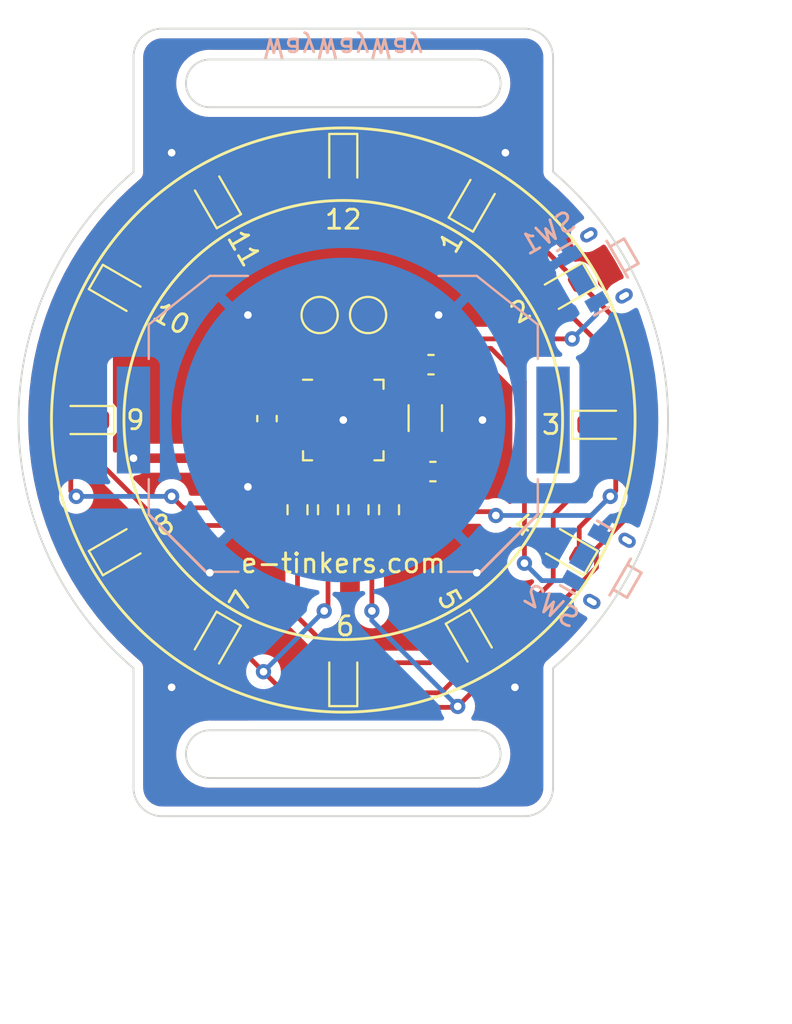
<source format=kicad_pcb>
(kicad_pcb (version 20211014) (generator pcbnew)
  (layers (0 "F.Cu" signal) (31 "B.Cu" signal) (34 "B.Paste" user) (35 "F.Paste" user) (36 "B.SilkS" user "B.Silkscreen") (37 "F.SilkS" user "F.Silkscreen") (38 "B.Mask" user) (39 "F.Mask" user) (44 "Edge.Cuts" user))
  (net 0 "")
  (net 1 "GND")
  (net 2 "VCC")
  (net 3 "Net-(C1-Pad1)")
  (net 4 "Net-(C2-Pad1)")
  (net 5 "Net-(D1-Pad2)")
  (net 6 "Net-(D3-Pad1)")
  (net 7 "Net-(D1-Pad1)")
  (net 8 "PB4")
  (net 9 "PB5")
  (net 10 "PB6")
  (net 11 "PB7")
  (net 12 "Net-(SW1-Pad2)")
  (net 13 "Net-(SW2-Pad2)")
  (net 27 "Net-(D10-Pad2)")
  (net 28 "Net-(TP1-Pad1)")
  (footprint "LED_SMD:LED_0603_1608Metric" (layer "F.Cu") (at 128.31 93.248 -30)
    (fp_text reference "D10")
    (fp_text value "10" (at 3.055608 -0.087531 -30 unlocked) (layer "F.SilkS"))
    (fp_line (start 0.8 -0.735) (end -1.485 -0.735) (layer "F.SilkS") (width 0.12))
    (fp_line (start -1.485 0.735) (end 0.8 0.735) (layer "F.SilkS") (width 0.12))
    (fp_line (start -1.485 -0.735) (end -1.485 0.735) (layer "F.SilkS") (width 0.12))
    (pad "1" smd roundrect (at -0.7875 0 330) (size 0.875 0.95) (layers "F.Cu" "F.Paste" "F.Mask") (net 7 "Net-(D1-Pad1)"))
    (pad "2" smd roundrect (at 0.7875 0 330) (size 0.875 0.95) (layers "F.Cu" "F.Paste" "F.Mask") (net 27 "Net-(D10-Pad2)"))
  )
  (footprint "LED_SMD:LED_0603_1608Metric" (layer "F.Cu") (at 151.69 106.752 150)
    (fp_text reference "D4")
    (fp_text value "4" (at 2.573557 -0.042468 330 unlocked) (layer "F.SilkS"))
    (fp_line (start 0.8 -0.735) (end -1.485 -0.735) (layer "F.SilkS") (width 0.12))
    (fp_line (start -1.485 -0.735) (end -1.485 0.735) (layer "F.SilkS") (width 0.12))
    (fp_line (start -1.485 0.735) (end 0.8 0.735) (layer "F.SilkS") (width 0.12))
    (pad "1" smd roundrect (at -0.7875 0 150) (size 0.875 0.95) (layers "F.Cu" "F.Paste" "F.Mask") (net 7 "Net-(D1-Pad1)"))
    (pad "2" smd roundrect (at 0.7875 0 150) (size 0.875 0.95) (layers "F.Cu" "F.Paste" "F.Mask") (net 6 "Net-(D3-Pad1)"))
  )
  (footprint "Resistor_SMD:R_0603_1608Metric" (layer "F.Cu") (at 139.2 104.7 -90)
    (fp_text reference "R3")
    (fp_text value "1.5k")
    (fp_line (start -0.237258 0.5225) (end 0.237258 0.5225) (layer "F.SilkS") (width 0.12))
    (fp_line (start -0.237258 -0.5225) (end 0.237258 -0.5225) (layer "F.SilkS") (width 0.12))
    (pad "1" smd roundrect (at -0.825 0 270) (size 0.8 0.95) (layers "F.Cu" "F.Paste" "F.Mask") (net 10 "PB6"))
    (pad "2" smd roundrect (at 0.825 0 270) (size 0.8 0.95) (layers "F.Cu" "F.Paste" "F.Mask") (net 6 "Net-(D3-Pad1)"))
  )
  (footprint "LED_SMD:LED_0603_1608Metric" (layer "F.Cu") (at 133.248 111.69 -120)
    (fp_text reference "D7")
    (fp_text value "7" (at -2.596596 -0.117436 60) (layer "F.SilkS"))
    (fp_line (start 0.8 -0.735) (end -1.485 -0.735) (layer "F.SilkS") (width 0.12))
    (fp_line (start -1.485 -0.735) (end -1.485 0.735) (layer "F.SilkS") (width 0.12))
    (fp_line (start -1.485 0.735) (end 0.8 0.735) (layer "F.SilkS") (width 0.12))
    (pad "1" smd roundrect (at -0.7875 0 240) (size 0.875 0.95) (layers "F.Cu" "F.Paste" "F.Mask") (net 6 "Net-(D3-Pad1)"))
    (pad "2" smd roundrect (at 0.7875 0 240) (size 0.875 0.95) (layers "F.Cu" "F.Paste" "F.Mask") (net 5 "Net-(D1-Pad2)"))
  )
  (footprint "LED_SMD:LED_0603_1608Metric" (layer "F.Cu") (at 126.5 100 180)
    (fp_text reference "D9")
    (fp_text value "9" (at -2.6 0) (layer "F.SilkS"))
    (fp_line (start 0.8 -0.735) (end -1.485 -0.735) (layer "F.SilkS") (width 0.12))
    (fp_line (start -1.485 0.735) (end 0.8 0.735) (layer "F.SilkS") (width 0.12))
    (fp_line (start -1.485 -0.735) (end -1.485 0.735) (layer "F.SilkS") (width 0.12))
    (pad "1" smd roundrect (at -0.7875 0 180) (size 0.875 0.95) (layers "F.Cu" "F.Paste" "F.Mask") (net 27 "Net-(D10-Pad2)"))
    (pad "2" smd roundrect (at 0.7875 0 180) (size 0.875 0.95) (layers "F.Cu" "F.Paste" "F.Mask") (net 7 "Net-(D1-Pad1)"))
  )
  (footprint "LED_SMD:LED_0603_1608Metric" (layer "F.Cu") (at 133.259 88.303 120)
    (fp_text reference "D11")
    (fp_text value "11" (at -3.106171 -0.013955 300 unlocked) (layer "F.SilkS"))
    (fp_line (start -1.485 0.735) (end 0.8 0.735) (layer "F.SilkS") (width 0.12))
    (fp_line (start -1.485 -0.735) (end -1.485 0.735) (layer "F.SilkS") (width 0.12))
    (fp_line (start 0.8 -0.735) (end -1.485 -0.735) (layer "F.SilkS") (width 0.12))
    (pad "1" smd roundrect (at -0.7875 0 120) (size 0.875 0.95) (layers "F.Cu" "F.Paste" "F.Mask") (net 27 "Net-(D10-Pad2)"))
    (pad "2" smd roundrect (at 0.7875 0 120) (size 0.875 0.95) (layers "F.Cu" "F.Paste" "F.Mask") (net 5 "Net-(D1-Pad2)"))
  )
  (footprint "LED_SMD:LED_0603_1608Metric" (layer "F.Cu") (at 146.752 111.59 -60)
    (fp_text reference "D5")
    (fp_text value "5" (at -2.491861 -0.06747 -60 unlocked) (layer "F.SilkS"))
    (fp_line (start -1.485 -0.735) (end -1.485 0.735) (layer "F.SilkS") (width 0.12))
    (fp_line (start -1.485 0.735) (end 0.8 0.735) (layer "F.SilkS") (width 0.12))
    (fp_line (start 0.8 -0.735) (end -1.485 -0.735) (layer "F.SilkS") (width 0.12))
    (pad "1" smd roundrect (at -0.7875 0 300) (size 0.875 0.95) (layers "F.Cu" "F.Paste" "F.Mask") (net 27 "Net-(D10-Pad2)"))
    (pad "2" smd roundrect (at 0.7875 0 300) (size 0.875 0.95) (layers "F.Cu" "F.Paste" "F.Mask") (net 6 "Net-(D3-Pad1)"))
  )
  (footprint "TestPoint:TestPoint_Pad_D1.5mm" (layer "F.Cu") (at 141.3 94.5)
    (fp_text reference "TP2")
    (fp_text value "GND")
    (fp_circle (center 0 0) (end 0 0.95) (layer "F.SilkS") (width 0.12) (fill none))
    (pad "1" smd circle (at 0 0) (size 1.5 1.5) (layers "F.Cu" "F.Mask") (net 1 "GND"))
  )
  (footprint "Resistor_SMD:R_0603_1608Metric" (layer "F.Cu") (at 137.6 104.7 -90)
    (fp_text reference "R4")
    (fp_text value "1.5k")
    (fp_line (start -0.237258 -0.5225) (end 0.237258 -0.5225) (layer "F.SilkS") (width 0.12))
    (fp_line (start -0.237258 0.5225) (end 0.237258 0.5225) (layer "F.SilkS") (width 0.12))
    (pad "1" smd roundrect (at -0.825 0 270) (size 0.8 0.95) (layers "F.Cu" "F.Paste" "F.Mask") (net 11 "PB7"))
    (pad "2" smd roundrect (at 0.825 0 270) (size 0.8 0.95) (layers "F.Cu" "F.Paste" "F.Mask") (net 27 "Net-(D10-Pad2)"))
  )
  (footprint "Resistor_SMD:R_0603_1608Metric" (layer "F.Cu") (at 140.8 104.7 -90)
    (fp_text reference "R2")
    (fp_text value "1.5k")
    (fp_line (start -0.237258 0.5225) (end 0.237258 0.5225) (layer "F.SilkS") (width 0.12))
    (fp_line (start -0.237258 -0.5225) (end 0.237258 -0.5225) (layer "F.SilkS") (width 0.12))
    (pad "1" smd roundrect (at -0.825 0 270) (size 0.8 0.95) (layers "F.Cu" "F.Paste" "F.Mask") (net 9 "PB5"))
    (pad "2" smd roundrect (at 0.825 0 270) (size 0.8 0.95) (layers "F.Cu" "F.Paste" "F.Mask") (net 7 "Net-(D1-Pad1)"))
  )
  (footprint "LED_SMD:LED_0603_1608Metric" (layer "F.Cu") (at 140 86.5 -90)
    (fp_text reference "D12")
    (fp_text value "12" (at 3 0 180) (layer "F.SilkS"))
    (fp_line (start 0.8 -0.735) (end -1.485 -0.735) (layer "F.SilkS") (width 0.12))
    (fp_line (start -1.485 -0.735) (end -1.485 0.735) (layer "F.SilkS") (width 0.12))
    (fp_line (start -1.485 0.735) (end 0.8 0.735) (layer "F.SilkS") (width 0.12))
    (pad "1" smd roundrect (at -0.7875 0 270) (size 0.875 0.95) (layers "F.Cu" "F.Paste" "F.Mask") (net 5 "Net-(D1-Pad2)"))
    (pad "2" smd roundrect (at 0.7875 0 270) (size 0.875 0.95) (layers "F.Cu" "F.Paste" "F.Mask") (net 27 "Net-(D10-Pad2)"))
  )
  (footprint "Capacitor_SMD:C_0603_1608Metric" (layer "F.Cu") (at 144.6 97.1)
    (fp_text reference "C2")
    (fp_text value "18pF")
    (fp_line (start -0.14058 0.51) (end 0.14058 0.51) (layer "F.SilkS") (width 0.12))
    (fp_line (start -0.14058 -0.51) (end 0.14058 -0.51) (layer "F.SilkS") (width 0.12))
    (pad "1" smd roundrect (at -0.775 0) (size 0.9 0.95) (layers "F.Cu" "F.Paste" "F.Mask") (net 4 "Net-(C2-Pad1)"))
    (pad "2" smd roundrect (at 0.775 0) (size 0.9 0.95) (layers "F.Cu" "F.Paste" "F.Mask") (net 1 "GND"))
  )
  (footprint "LED_SMD:LED_0603_1608Metric" (layer "F.Cu") (at 140 113.5 90)
    (fp_text reference "D6")
    (fp_text value "6" (at 2.7 0.1) (layer "F.SilkS"))
    (fp_line (start -1.485 -0.735) (end -1.485 0.735) (layer "F.SilkS") (width 0.12))
    (fp_line (start -1.485 0.735) (end 0.8 0.735) (layer "F.SilkS") (width 0.12))
    (fp_line (start 0.8 -0.735) (end -1.485 -0.735) (layer "F.SilkS") (width 0.12))
    (pad "1" smd roundrect (at -0.7875 0 90) (size 0.875 0.95) (layers "F.Cu" "F.Paste" "F.Mask") (net 6 "Net-(D3-Pad1)"))
    (pad "2" smd roundrect (at 0.7875 0 90) (size 0.875 0.95) (layers "F.Cu" "F.Paste" "F.Mask") (net 27 "Net-(D10-Pad2)"))
  )
  (footprint "Package_DFN_QFN:QFN-24-1EP_4x4mm_P0.5mm_EP2.6x2.6mm" (layer "F.Cu") (at 140 100)
    (fp_text reference "U1")
    (fp_text value "ATtiny3227-M")
    (fp_line (start -1.635 -2.11) (end -2.11 -2.11) (layer "F.SilkS") (width 0.12))
    (fp_line (start 2.11 -2.11) (end 2.11 -1.635) (layer "F.SilkS") (width 0.12))
    (fp_line (start 2.11 2.11) (end 2.11 1.635) (layer "F.SilkS") (width 0.12))
    (fp_line (start 1.635 2.11) (end 2.11 2.11) (layer "F.SilkS") (width 0.12))
    (fp_line (start 1.635 -2.11) (end 2.11 -2.11) (layer "F.SilkS") (width 0.12))
    (fp_line (start -2.11 2.11) (end -2.11 1.635) (layer "F.SilkS") (width 0.12))
    (fp_line (start -1.635 2.11) (end -2.11 2.11) (layer "F.SilkS") (width 0.12))
    (pad "1" smd roundrect (at -1.9375 -1.25) (size 0.825 0.25) (layers "F.Cu" "F.Paste" "F.Mask"))
    (pad "2" smd roundrect (at -1.9375 -0.75) (size 0.825 0.25) (layers "F.Cu" "F.Paste" "F.Mask"))
    (pad "3" smd roundrect (at -1.9375 -0.25) (size 0.825 0.25) (layers "F.Cu" "F.Paste" "F.Mask") (net 1 "GND"))
    (pad "4" smd roundrect (at -1.9375 0.25) (size 0.825 0.25) (layers "F.Cu" "F.Paste" "F.Mask") (net 2 "VCC"))
    (pad "5" smd roundrect (at -1.9375 0.75) (size 0.825 0.25) (layers "F.Cu" "F.Paste" "F.Mask"))
    (pad "6" smd roundrect (at -1.9375 1.25) (size 0.825 0.25) (layers "F.Cu" "F.Paste" "F.Mask"))
    (pad "7" smd roundrect (at -1.25 1.9375) (size 0.25 0.825) (layers "F.Cu" "F.Paste" "F.Mask"))
    (pad "8" smd roundrect (at -0.75 1.9375) (size 0.25 0.825) (layers "F.Cu" "F.Paste" "F.Mask"))
    (pad "9" smd roundrect (at -0.25 1.9375) (size 0.25 0.825) (layers "F.Cu" "F.Paste" "F.Mask") (net 11 "PB7"))
    (pad "10" smd roundrect (at 0.25 1.9375) (size 0.25 0.825) (layers "F.Cu" "F.Paste" "F.Mask") (net 10 "PB6"))
    (pad "11" smd roundrect (at 0.75 1.9375) (size 0.25 0.825) (layers "F.Cu" "F.Paste" "F.Mask") (net 9 "PB5"))
    (pad "12" smd roundrect (at 1.25 1.9375) (size 0.25 0.825) (layers "F.Cu" "F.Paste" "F.Mask") (net 8 "PB4"))
    (pad "13" smd roundrect (at 1.9375 1.25) (size 0.825 0.25) (layers "F.Cu" "F.Paste" "F.Mask") (net 3 "Net-(C1-Pad1)"))
    (pad "14" smd roundrect (at 1.9375 0.75) (size 0.825 0.25) (layers "F.Cu" "F.Paste" "F.Mask") (net 4 "Net-(C2-Pad1)"))
    (pad "15" smd roundrect (at 1.9375 0.25) (size 0.825 0.25) (layers "F.Cu" "F.Paste" "F.Mask"))
    (pad "16" smd roundrect (at 1.9375 -0.25) (size 0.825 0.25) (layers "F.Cu" "F.Paste" "F.Mask"))
    (pad "17" smd roundrect (at 1.9375 -0.75) (size 0.825 0.25) (layers "F.Cu" "F.Paste" "F.Mask"))
    (pad "18" smd roundrect (at 1.9375 -1.25) (size 0.825 0.25) (layers "F.Cu" "F.Paste" "F.Mask"))
    (pad "19" smd roundrect (at 1.25 -1.9375) (size 0.25 0.825) (layers "F.Cu" "F.Paste" "F.Mask"))
    (pad "20" smd roundrect (at 0.75 -1.9375) (size 0.25 0.825) (layers "F.Cu" "F.Paste" "F.Mask"))
    (pad "21" smd roundrect (at 0.25 -1.9375) (size 0.25 0.825) (layers "F.Cu" "F.Paste" "F.Mask") (net 13 "Net-(SW2-Pad2)"))
    (pad "22" smd roundrect (at -0.25 -1.9375) (size 0.25 0.825) (layers "F.Cu" "F.Paste" "F.Mask") (net 12 "Net-(SW1-Pad2)"))
    (pad "23" smd roundrect (at -0.75 -1.9375) (size 0.25 0.825) (layers "F.Cu" "F.Paste" "F.Mask") (net 28 "Net-(TP1-Pad1)"))
    (pad "24" smd roundrect (at -1.25 -1.9375) (size 0.25 0.825) (layers "F.Cu" "F.Paste" "F.Mask"))
    (pad "25" smd rect (at 0 0) (size 2.6 2.6) (layers "F.Cu" "F.Mask") (net 1 "GND"))
  )
  (footprint "Capacitor_SMD:C_0603_1608Metric" (layer "F.Cu") (at 136 99.925 90)
    (fp_text reference "C3")
    (fp_text value "100nF")
    (fp_line (start -0.14058 -0.51) (end 0.14058 -0.51) (layer "F.SilkS") (width 0.12))
    (fp_line (start -0.14058 0.51) (end 0.14058 0.51) (layer "F.SilkS") (width 0.12))
    (pad "1" smd roundrect (at -0.775 0 90) (size 0.9 0.95) (layers "F.Cu" "F.Paste" "F.Mask") (net 2 "VCC"))
    (pad "2" smd roundrect (at 0.775 0 90) (size 0.9 0.95) (layers "F.Cu" "F.Paste" "F.Mask") (net 1 "GND"))
  )
  (footprint "Resistor_SMD:R_0603_1608Metric" (layer "F.Cu") (at 142.4 104.7 -90)
    (fp_text reference "R1")
    (fp_text value "1.5k")
    (fp_line (start -0.237258 0.5225) (end 0.237258 0.5225) (layer "F.SilkS") (width 0.12))
    (fp_line (start -0.237258 -0.5225) (end 0.237258 -0.5225) (layer "F.SilkS") (width 0.12))
    (pad "1" smd roundrect (at -0.825 0 270) (size 0.8 0.95) (layers "F.Cu" "F.Paste" "F.Mask") (net 8 "PB4"))
    (pad "2" smd roundrect (at 0.825 0 270) (size 0.8 0.95) (layers "F.Cu" "F.Paste" "F.Mask") (net 5 "Net-(D1-Pad2)"))
  )
  (footprint "LED_SMD:LED_0603_1608Metric" (layer "F.Cu") (at 153.5 100.25)
    (fp_text reference "D3")
    (fp_text value "3" (at -2.6 0) (layer "F.SilkS"))
    (fp_line (start -1.485 -0.735) (end -1.485 0.735) (layer "F.SilkS") (width 0.12))
    (fp_line (start 0.8 -0.735) (end -1.485 -0.735) (layer "F.SilkS") (width 0.12))
    (fp_line (start -1.485 0.735) (end 0.8 0.735) (layer "F.SilkS") (width 0.12))
    (pad "1" smd roundrect (at -0.7875 0) (size 0.875 0.95) (layers "F.Cu" "F.Paste" "F.Mask") (net 6 "Net-(D3-Pad1)"))
    (pad "2" smd roundrect (at 0.7875 0) (size 0.875 0.95) (layers "F.Cu" "F.Paste" "F.Mask") (net 7 "Net-(D1-Pad1)"))
  )
  (footprint "Capacitor_SMD:C_0603_1608Metric" (layer "F.Cu") (at 144.7 102.7)
    (fp_text reference "C1")
    (fp_text value "18pF")
    (fp_line (start -0.14058 -0.51) (end 0.14058 -0.51) (layer "F.SilkS") (width 0.12))
    (fp_line (start -0.14058 0.51) (end 0.14058 0.51) (layer "F.SilkS") (width 0.12))
    (pad "1" smd roundrect (at -0.775 0) (size 0.9 0.95) (layers "F.Cu" "F.Paste" "F.Mask") (net 3 "Net-(C1-Pad1)"))
    (pad "2" smd roundrect (at 0.775 0) (size 0.9 0.95) (layers "F.Cu" "F.Paste" "F.Mask") (net 1 "GND"))
  )
  (footprint "Crystal:Crystal_SMD_3215-2Pin_3.2x1.5mm" (layer "F.Cu") (at 144.3 99.9 -90)
    (fp_text reference "Y1")
    (fp_text value "32.768kHz")
    (fp_line (start -0.675 -0.875) (end 0.675 -0.875) (layer "F.SilkS") (width 0.12))
    (fp_line (start -0.675 0.875) (end 0.675 0.875) (layer "F.SilkS") (width 0.12))
    (pad "1" smd rect (at 1.25 0 270) (size 1 1.8) (layers "F.Cu" "F.Paste" "F.Mask") (net 3 "Net-(C1-Pad1)"))
    (pad "2" smd rect (at -1.25 0 270) (size 1 1.8) (layers "F.Cu" "F.Paste" "F.Mask") (net 4 "Net-(C2-Pad1)"))
  )
  (footprint "LED_SMD:LED_0603_1608Metric" (layer "F.Cu") (at 146.90625 88.481995 60)
    (fp_text reference "D1")
    (fp_text value "1" (at -2.545849 0.026471 60) (layer "F.SilkS"))
    (fp_line (start -1.485 0.735) (end 0.8 0.735) (layer "F.SilkS") (width 0.12))
    (fp_line (start 0.8 -0.735) (end -1.485 -0.735) (layer "F.SilkS") (width 0.12))
    (fp_line (start -1.485 -0.735) (end -1.485 0.735) (layer "F.SilkS") (width 0.12))
    (pad "1" smd roundrect (at -0.7875 0 60) (size 0.875 0.95) (layers "F.Cu" "F.Paste" "F.Mask") (net 7 "Net-(D1-Pad1)"))
    (pad "2" smd roundrect (at 0.7875 0 60) (size 0.875 0.95) (layers "F.Cu" "F.Paste" "F.Mask") (net 5 "Net-(D1-Pad2)"))
  )
  (footprint "TestPoint:TestPoint_Pad_D1.5mm" (layer "F.Cu") (at 138.76 94.5)
    (fp_text reference "TP1")
    (fp_text value "UPDI")
    (fp_circle (center 0 0) (end 0 0.95) (layer "F.SilkS") (width 0.12) (fill none))
    (pad "1" smd circle (at 0 0) (size 1.5 1.5) (layers "F.Cu" "F.Mask") (net 28 "Net-(TP1-Pad1)"))
  )
  (footprint "LED_SMD:LED_0603_1608Metric" (layer "F.Cu") (at 128.31 106.752 30)
    (fp_text reference "D8")
    (fp_text value "8" (at 2.609198 0.060736 30) (layer "F.SilkS"))
    (fp_line (start 0.8 -0.735) (end -1.485 -0.735) (layer "F.SilkS") (width 0.12))
    (fp_line (start -1.485 0.735) (end 0.8 0.735) (layer "F.SilkS") (width 0.12))
    (fp_line (start -1.485 -0.735) (end -1.485 0.735) (layer "F.SilkS") (width 0.12))
    (pad "1" smd roundrect (at -0.7875 0 30) (size 0.875 0.95) (layers "F.Cu" "F.Paste" "F.Mask") (net 5 "Net-(D1-Pad2)"))
    (pad "2" smd roundrect (at 0.7875 0 30) (size 0.875 0.95) (layers "F.Cu" "F.Paste" "F.Mask") (net 6 "Net-(D3-Pad1)"))
  )
  (footprint "LED_SMD:LED_0603_1608Metric" (layer "F.Cu") (at 151.628 93.142 -150)
    (fp_text reference "D2")
    (fp_text value "2" (at 2.595107 0.161143 30) (layer "F.SilkS"))
    (fp_line (start -1.485 -0.735) (end -1.485 0.735) (layer "F.SilkS") (width 0.12))
    (fp_line (start 0.8 -0.735) (end -1.485 -0.735) (layer "F.SilkS") (width 0.12))
    (fp_line (start -1.485 0.735) (end 0.8 0.735) (layer "F.SilkS") (width 0.12))
    (pad "1" smd roundrect (at -0.7875 0 210) (size 0.875 0.95) (layers "F.Cu" "F.Paste" "F.Mask") (net 5 "Net-(D1-Pad2)"))
    (pad "2" smd roundrect (at 0.7875 0 210) (size 0.875 0.95) (layers "F.Cu" "F.Paste" "F.Mask") (net 7 "Net-(D1-Pad1)"))
  )
  (footprint "easyeda2kicad:KEY-SMD_TS3819ZJ" (layer "B.Cu") (at 153.8 91.9 30)
    (fp_text reference "SW1" (at -1.802564 -3.003702 30) (layer "B.SilkS") (effects (justify mirror)))
    (fp_text value "SW_Push")
    (fp_line (start 1.5 0.75) (end 0.65 0.75) (layer "B.SilkS") (width 0.15))
    (fp_line (start -1 1.95) (end -1.86 1.95) (layer "B.SilkS") (width 0.15))
    (fp_line (start -1 -1.95) (end -1.86 -1.95) (layer "B.SilkS") (width 0.15))
    (fp_line (start 0.65 1.1) (end 0.65 -1.1) (layer "B.SilkS") (width 0.15))
    (fp_line (start 1.5 -0.75) (end 1.5 0.75) (layer "B.SilkS") (width 0.15))
    (fp_line (start 1.5 -0.75) (end 0.65 -0.75) (layer "B.SilkS") (width 0.15))
    (pad "1" smd rect (at -1.4 -1.4 30) (size 1.1 0.7) (layers "B.Cu" "B.Paste" "B.Mask") (net 1 "GND"))
    (pad "2" smd rect (at -1.4 1.4 30) (size 1.1 0.7) (layers "B.Cu" "B.Paste" "B.Mask") (net 12 "Net-(SW1-Pad2)"))
    (pad "3" smd rect (at -1.5 0 300) (size 1.4 1.1) (layers "B.Cu" "B.Paste" "B.Mask"))
    (pad "3" thru_hole oval (at 0 -1.85 210) (size 0.95 0.65) (drill oval 0.55 0.3) (layers *.Cu *.Mask))
    (pad "3" thru_hole oval (at 0 1.85 210) (size 0.95 0.65) (drill oval 0.55 0.3) (layers *.Cu *.Mask))
  )
  (footprint "my_library:BatteryHolder_CR2016_SMD" (layer "B.Cu") (at 140 100 180)
    (fp_text reference "BT1")
    (fp_text value "CR2016")
    (fp_line (start 5.5 -7.95) (end 7.2 -7.95) (layer "B.SilkS") (width 0.127))
    (fp_line (start 7 7.55) (end 5 7.55) (layer "B.SilkS") (width 0.126))
    (fp_line (start -7.2 -7.95) (end -10.2 -4.95) (layer "B.SilkS") (width 0.15))
    (fp_line (start -10.2 -3.1) (end -10.2 -4.95) (layer "B.SilkS") (width 0.127))
    (fp_line (start -10.2 5) (end -7 7.55) (layer "B.SilkS") (width 0.127))
    (fp_line (start 7 7.55) (end 10.2 5) (layer "B.SilkS") (width 0.127))
    (fp_line (start 7.2 -7.95) (end 10.2 -4.95) (layer "B.SilkS") (width 0.15))
    (fp_line (start 10.2 -4.95) (end 10.2 -3.1) (layer "B.SilkS") (width 0.127))
    (fp_line (start -5 7.55) (end -7 7.55) (layer "B.SilkS") (width 0.127))
    (fp_line (start -10.2 5) (end -10.2 3.2) (layer "B.SilkS") (width 0.127))
    (fp_line (start -7.2 -7.95) (end -5.5 -7.95) (layer "B.SilkS") (width 0.127))
    (fp_line (start 10.2 5) (end 10.2 3.2) (layer "B.SilkS") (width 0.127))
    (pad "N" smd circle (at 0 0 180) (size 17 17) (layers "B.Cu" "B.Mask") (net 1 "GND"))
    (pad "P1" smd rect (at -11 0 180) (size 1.75 5.6) (layers "B.Cu" "B.Paste" "B.Mask") (net 2 "VCC"))
    (pad "P2" smd rect (at 11 0 180) (size 1.75 5.6) (layers "B.Cu" "B.Paste" "B.Mask") (net 2 "VCC"))
  )
  (footprint "easyeda2kicad:KEY-SMD_TS3819ZJ" (layer "B.Cu") (at 153.955885 107.9 -30)
    (fp_text reference "SW2" (at -1.719375 3.133725 -30) (layer "B.SilkS") (effects (justify mirror)))
    (fp_text value "SW_Push")
    (fp_line (start 1.5 -0.75) (end 1.5 0.75) (layer "B.SilkS") (width 0.15))
    (fp_line (start 1.5 0.75) (end 0.65 0.75) (layer "B.SilkS") (width 0.15))
    (fp_line (start -1 1.95) (end -1.86 1.95) (layer "B.SilkS") (width 0.15))
    (fp_line (start -1 -1.95) (end -1.86 -1.95) (layer "B.SilkS") (width 0.15))
    (fp_line (start 1.5 -0.75) (end 0.65 -0.75) (layer "B.SilkS") (width 0.15))
    (fp_line (start 0.65 1.1) (end 0.65 -1.1) (layer "B.SilkS") (width 0.15))
    (pad "1" smd rect (at -1.4 -1.4 330) (size 1.1 0.7) (layers "B.Cu" "B.Paste" "B.Mask") (net 1 "GND"))
    (pad "2" smd rect (at -1.4 1.4 330) (size 1.1 0.7) (layers "B.Cu" "B.Paste" "B.Mask") (net 13 "Net-(SW2-Pad2)"))
    (pad "3" smd rect (at -1.5 0 240) (size 1.4 1.1) (layers "B.Cu" "B.Paste" "B.Mask"))
    (pad "3" thru_hole oval (at 0 -1.85 150) (size 0.95 0.65) (drill oval 0.55 0.3) (layers *.Cu *.Mask))
    (pad "3" thru_hole oval (at 0 1.85 150) (size 0.95 0.65) (drill oval 0.55 0.3) (layers *.Cu *.Mask))
  )
  (gr_circle (center 140 100) (end 155.3 100) (layer "F.SilkS") (width 0.15) (fill none))
  (gr_circle (center 140 100) (end 151.500435 100) (layer "F.SilkS") (width 0.15) (fill none))
  (gr_arc (start 151 87) (mid 157.029386 100) (end 151 113) (layer "Edge.Cuts") (width 0.1))
  (gr_line (start 147 83.616117) (end 133 83.616117) (layer "Edge.Cuts") (width 0.1))
  (gr_arc (start 131.75 117.5) (mid 132.116117 116.616117) (end 133 116.25) (layer "Edge.Cuts") (width 0.1))
  (gr_arc (start 130.5 120.75) (mid 129.43934 120.31066) (end 129 119.25) (layer "Edge.Cuts") (width 0.1))
  (gr_line (start 151 81) (end 151 87) (layer "Edge.Cuts") (width 0.1))
  (gr_line (start 151 119.25) (end 151 113) (layer "Edge.Cuts") (width 0.1))
  (gr_line (start 149.5 120.75) (end 130.5 120.75) (layer "Edge.Cuts") (width 0.1))
  (gr_arc (start 133 118.75) (mid 132.116117 118.383883) (end 131.75 117.5) (layer "Edge.Cuts") (width 0.1))
  (gr_arc (start 147 116.25) (mid 147.883883 116.616117) (end 148.25 117.5) (layer "Edge.Cuts") (width 0.1))
  (gr_line (start 147 118.75) (end 133 118.75) (layer "Edge.Cuts") (width 0.1))
  (gr_line (start 129 119.25) (end 129 113) (layer "Edge.Cuts") (width 0.1))
  (gr_arc (start 149.5 79.5) (mid 150.56066 79.93934) (end 151 81) (layer "Edge.Cuts") (width 0.1))
  (gr_arc (start 147 81.116117) (mid 147.883883 81.482234) (end 148.25 82.366117) (layer "Edge.Cuts") (width 0.1))
  (gr_line (start 133 116.25) (end 147 116.25) (layer "Edge.Cuts") (width 0.1))
  (gr_line (start 149.5 79.5) (end 130.5 79.5) (layer "Edge.Cuts") (width 0.1))
  (gr_arc (start 131.75 82.366117) (mid 132.116117 81.482234) (end 133 81.116117) (layer "Edge.Cuts") (width 0.1))
  (gr_line (start 129 81) (end 129 87) (layer "Edge.Cuts") (width 0.1))
  (gr_arc (start 129 81) (mid 129.43934 79.93934) (end 130.5 79.5) (layer "Edge.Cuts") (width 0.1))
  (gr_arc (start 129 113) (mid 122.970614 100) (end 129 87) (layer "Edge.Cuts") (width 0.1))
  (gr_arc (start 133 83.616117) (mid 132.116117 83.25) (end 131.75 82.366117) (layer "Edge.Cuts") (width 0.1))
  (gr_arc (start 148.25 82.366117) (mid 147.883883 83.25) (end 147 83.616117) (layer "Edge.Cuts") (width 0.1))
  (gr_arc (start 148.25 117.5) (mid 147.883883 118.383883) (end 147 118.75) (layer "Edge.Cuts") (width 0.1))
  (gr_line (start 133 81.116117) (end 147 81.116117) (layer "Edge.Cuts") (width 0.1))
  (gr_arc (start 151 119.25) (mid 150.56066 120.31066) (end 149.5 120.75) (layer "Edge.Cuts") (width 0.1))
  (gr_text "WayWayWay" (at 140 80.5 180) (layer "B.SilkS") (effects (font (size 1 1)) (justify mirror)))
  (gr_text "e-tinkers.com" (at 140 107.5) (layer "F.SilkS") (effects (font (size 1 1))))
  (segment (start 136.6 99.75) (end 136 99.15) (width 0.25) (layer "F.Cu") (net 1))
  (segment (start 139.75 99.75) (end 140 100) (width 0.25) (layer "F.Cu") (net 1))
  (segment (start 138.0625 99.75) (end 139.75 99.75) (width 0.25) (layer "F.Cu") (net 1))
  (segment (start 138.0625 99.75) (end 136.6 99.75) (width 0.25) (layer "F.Cu") (net 1))
  (via (at 147.3 100) (size 0.8) (drill 0.4) (layers "F.Cu" "B.Cu") (net 1))
  (via (at 140 100) (size 0.8) (drill 0.4) (layers "F.Cu" "B.Cu") (net 1))
  (via (at 145 94.5) (size 0.8) (drill 0.4) (layers "F.Cu" "B.Cu") (net 1))
  (via (at 135 94.5) (size 0.8) (drill 0.4) (layers "F.Cu" "B.Cu") (net 1))
  (via (at 133 108) (size 0.8) (drill 0.4) (layers "F.Cu" "B.Cu") (net 1))
  (via (at 149 114) (size 0.8) (drill 0.4) (layers "F.Cu" "B.Cu") (net 1))
  (via (at 148.5 86) (size 0.8) (drill 0.4) (layers "F.Cu" "B.Cu") (net 1))
  (via (at 131 86) (size 0.8) (drill 0.4) (layers "F.Cu" "B.Cu") (net 1))
  (via (at 147 108) (size 0.8) (drill 0.4) (layers "F.Cu" "B.Cu") (net 1))
  (via (at 131 114) (size 0.8) (drill 0.4) (layers "F.Cu" "B.Cu") (net 1))
  (via (at 135 103.5) (size 0.8) (drill 0.4) (layers "F.Cu" "B.Cu") (net 1))
  (segment (start 129 102) (end 134.7 102) (width 0.5) (layer "F.Cu") (net 2))
  (segment (start 134.7 102) (end 136 100.7) (width 0.5) (layer "F.Cu") (net 2))
  (segment (start 136.45 100.25) (end 136 100.7) (width 0.25) (layer "F.Cu") (net 2))
  (segment (start 138.0625 100.25) (end 136.45 100.25) (width 0.25) (layer "F.Cu") (net 2))
  (via (at 129 102) (size 0.8) (drill 0.4) (layers "F.Cu" "B.Cu") (net 2))
  (segment (start 144.3 102.325) (end 143.925 102.7) (width 0.25) (layer "F.Cu") (net 3))
  (segment (start 144.3 101.15) (end 144.3 102.325) (width 0.25) (layer "F.Cu") (net 3))
  (segment (start 141.9375 101.25) (end 144.2 101.25) (width 0.25) (layer "F.Cu") (net 3))
  (segment (start 144.2 101.25) (end 144.3 101.15) (width 0.25) (layer "F.Cu") (net 3))
  (segment (start 141.9375 100.75) (end 142.65 100.75) (width 0.25) (layer "F.Cu") (net 4))
  (segment (start 142.65 100.75) (end 144.3 99.1) (width 0.25) (layer "F.Cu") (net 4))
  (segment (start 144.3 97.575) (end 143.825 97.1) (width 0.25) (layer "F.Cu") (net 4))
  (segment (start 144.3 99.1) (end 144.3 98.65) (width 0.25) (layer "F.Cu") (net 4))
  (segment (start 144.3 98.65) (end 144.3 97.575) (width 0.25) (layer "F.Cu") (net 4))
  (segment (start 134.773755 85.7125) (end 132.86525 87.621005) (width 0.25) (layer "F.Cu") (net 5))
  (segment (start 153.273079 107.726921) (end 146 115) (width 0.25) (layer "F.Cu") (net 5))
  (segment (start 145.2125 85.7125) (end 147.3 87.8) (width 0.25) (layer "F.Cu") (net 5))
  (segment (start 147.3 87.8) (end 152.24825 92.74825) (width 0.25) (layer "F.Cu") (net 5))
  (segment (start 155.05 104.95) (end 153.273079 106.726921) (width 0.25) (layer "F.Cu") (net 5))
  (segment (start 152.24825 92.74825) (end 152.309995 92.74825) (width 0.25) (layer "F.Cu") (net 5))
  (segment (start 145.95 115.05) (end 135.532255 115.05) (width 0.25) (layer "F.Cu") (net 5))
  (segment (start 132.85425 112.371995) (end 127.628005 107.14575) (width 0.25) (layer "F.Cu") (net 5))
  (segment (start 141.5 106.425) (end 141.5 110) (width 0.25) (layer "F.Cu") (net 5))
  (segment (start 153.273079 106.726921) (end 153.273079 107.726921) (width 0.25) (layer "F.Cu") (net 5))
  (segment (start 152.309995 92.74825) (end 155.05 95.488255) (width 0.25) (layer "F.Cu") (net 5))
  (segment (start 155.05 95.488255) (end 155.05 104.95) (width 0.25) (layer "F.Cu") (net 5))
  (segment (start 140 85.7125) (end 134.773755 85.7125) (width 0.25) (layer "F.Cu") (net 5))
  (segment (start 142.4 105.525) (end 141.5 106.425) (width 0.25) (layer "F.Cu") (net 5))
  (segment (start 135.532255 115.05) (end 132.85425 112.371995) (width 0.25) (layer "F.Cu") (net 5))
  (segment (start 140 85.7125) (end 145.2125 85.7125) (width 0.25) (layer "F.Cu") (net 5))
  (segment (start 146 115) (end 145.95 115.05) (width 0.25) (layer "F.Cu") (net 5))
  (via (at 146 115) (size 0.8) (drill 0.4) (layers "F.Cu" "B.Cu") (net 5))
  (via (at 141.5 110) (size 0.8) (drill 0.4) (layers "F.Cu" "B.Cu") (net 5))
  (segment (start 141.5 110.5) (end 146 115) (width 0.25) (layer "B.Cu") (net 5))
  (segment (start 141.5 110) (end 141.5 110.5) (width 0.25) (layer "B.Cu") (net 5))
  (segment (start 139.2 109.8) (end 139 110) (width 0.25) (layer "F.Cu") (net 6))
  (segment (start 151.008005 106.35825) (end 151.008005 108.40974) (width 0.25) (layer "F.Cu") (net 6))
  (segment (start 140 114.2875) (end 136.921245 114.2875) (width 0.25) (layer "F.Cu") (net 6))
  (segment (start 151.008005 108.40974) (end 147.14575 112.271995) (width 0.25) (layer "F.Cu") (net 6))
  (segment (start 139.2 105.525) (end 139.2 109.8) (width 0.25) (layer "F.Cu") (net 6))
  (segment (start 145.130245 114.2875) (end 147.14575 112.271995) (width 0.25) (layer "F.Cu") (net 6))
  (segment (start 151.008005 106.35825) (end 151.008005 104.991995) (width 0.25) (layer "F.Cu") (net 6))
  (segment (start 140 114.2875) (end 145.130245 114.2875) (width 0.25) (layer "F.Cu") (net 6))
  (segment (start 135.816872 113.183128) (end 133.64175 111.008005) (width 0.25) (layer "F.Cu") (net 6))
  (segment (start 152.7125 103.2875) (end 152.7125 100.25) (width 0.25) (layer "F.Cu") (net 6))
  (segment (start 151.008005 104.991995) (end 152.7125 103.2875) (width 0.25) (layer "F.Cu") (net 6))
  (segment (start 133.64175 111.008005) (end 128.991995 106.35825) (width 0.25) (layer "F.Cu") (net 6))
  (segment (start 136.921245 114.2875) (end 135.816872 113.183128) (width 0.25) (layer "F.Cu") (net 6))
  (via (at 139 110) (size 0.8) (drill 0.4) (layers "F.Cu" "B.Cu") (net 6))
  (via (at 135.816872 113.183128) (size 0.8) (drill 0.4) (layers "F.Cu" "B.Cu") (net 6))
  (segment (start 139 110) (end 135.816872 113.183128) (width 0.25) (layer "B.Cu") (net 6))
  (segment (start 125.7125 100) (end 125.7125 94.769755) (width 0.25) (layer "F.Cu") (net 7))
  (segment (start 146.5125 89.16399) (end 146.574245 89.16399) (width 0.25) (layer "F.Cu") (net 7))
  (segment (start 154.2875 96.877245) (end 154.2875 100.25) (width 0.25) (layer "F.Cu") (net 7))
  (segment (start 131.6 104.6) (end 131 104) (width 0.25) (layer "F.Cu") (net 7))
  (segment (start 150.946005 93.53575) (end 154.2875 96.877245) (width 0.25) (layer "F.Cu") (net 7))
  (segment (start 139.875 104.6) (end 131.6 104.6) (width 0.25) (layer "F.Cu") (net 7))
  (segment (start 152.371995 105.628005) (end 154.2875 103.7125) (width 0.25) (layer "F.Cu") (net 7))
  (segment (start 125.7125 94.769755) (end 127.628005 92.85425) (width 0.25) (layer "F.Cu") (net 7))
  (segment (start 146.574245 89.16399) (end 150.946005 93.53575) (width 0.25) (layer "F.Cu") (net 7))
  (segment (start 154.2875 103.7125) (end 154.2875 100.25) (width 0.25) (layer "F.Cu") (net 7))
  (segment (start 125.7125 103.7125) (end 126 104) (width 0.25) (layer "F.Cu") (net 7))
  (segment (start 140.8 105.525) (end 139.875 104.6) (width 0.25) (layer "F.Cu") (net 7))
  (segment (start 125.7125 100) (end 125.7125 103.7125) (width 0.25) (layer "F.Cu") (net 7))
  (segment (start 147.8 104.8) (end 148 105) (width 0.25) (layer "F.Cu") (net 7))
  (segment (start 152.371995 107.14575) (end 152.371995 105.628005) (width 0.25) (layer "F.Cu") (net 7))
  (segment (start 140.8 105.525) (end 141.525 104.8) (width 0.25) (layer "F.Cu") (net 7))
  (segment (start 141.525 104.8) (end 147.8 104.8) (width 0.25) (layer "F.Cu") (net 7))
  (via (at 154 104) (size 0.8) (drill 0.4) (layers "F.Cu" "B.Cu") (net 7))
  (via (at 126 104) (size 0.8) (drill 0.4) (layers "F.Cu" "B.Cu") (net 7))
  (via (at 131 104) (size 0.8) (drill 0.4) (layers "F.Cu" "B.Cu") (net 7))
  (via (at 148 105) (size 0.8) (drill 0.4) (layers "F.Cu" "B.Cu") (net 7))
  (segment (start 148 105) (end 153 105) (width 0.25) (layer "B.Cu") (net 7))
  (segment (start 126 104) (end 131 104) (width 0.25) (layer "B.Cu") (net 7))
  (segment (start 153 105) (end 154 104) (width 0.25) (layer "B.Cu") (net 7))
  (segment (start 141.25 102.725) (end 142.4 103.875) (width 0.25) (layer "F.Cu") (net 8))
  (segment (start 141.25 101.9375) (end 141.25 102.725) (width 0.25) (layer "F.Cu") (net 8))
  (segment (start 140.75 103.825) (end 140.8 103.875) (width 0.25) (layer "F.Cu") (net 9))
  (segment (start 140.75 101.9375) (end 140.75 103.825) (width 0.25) (layer "F.Cu") (net 9))
  (segment (start 140.25 102.825) (end 139.2 103.875) (width 0.25) (layer "F.Cu") (net 10))
  (segment (start 140.25 101.9375) (end 140.25 102.825) (width 0.25) (layer "F.Cu") (net 10))
  (segment (start 139.75 101.9375) (end 139.75 102.5) (width 0.25) (layer "F.Cu") (net 11))
  (segment (start 139.1 103.15) (end 138.325 103.15) (width 0.25) (layer "F.Cu") (net 11))
  (segment (start 138.325 103.15) (end 137.6 103.875) (width 0.25) (layer "F.Cu") (net 11))
  (segment (start 139.75 102.5) (end 139.1 103.15) (width 0.25) (layer "F.Cu") (net 11))
  (segment (start 152 95.75) (end 141.465596 95.75) (width 0.25) (layer "F.Cu") (net 12))
  (segment (start 139.75 97.465596) (end 139.75 98.0625) (width 0.25) (layer "F.Cu") (net 12))
  (segment (start 141.465596 95.75) (end 139.75 97.465596) (width 0.25) (layer "F.Cu") (net 12))
  (via (at 152 95.75) (size 0.8) (drill 0.4) (layers "F.Cu" "B.Cu") (net 12))
  (segment (start 153.287564 93.812436) (end 153.287564 94.462436) (width 0.25) (layer "B.Cu") (net 12))
  (segment (start 153.287564 94.462436) (end 152 95.75) (width 0.25) (layer "B.Cu") (net 12))
  (segment (start 140.25 97.601992) (end 141.601992 96.25) (width 0.25) (layer "F.Cu") (net 13))
  (segment (start 147.75 96.25) (end 149.5 98) (width 0.25) (layer "F.Cu") (net 13))
  (segment (start 140.25 98.0625) (end 140.25 97.601992) (width 0.25) (layer "F.Cu") (net 13))
  (segment (start 141.601992 96.25) (end 146.25 96.25) (width 0.25) (layer "F.Cu") (net 13))
  (segment (start 149.5 98) (end 149.5 107.5) (width 0.25) (layer "F.Cu") (net 13))
  (segment (start 146.25 96.25) (end 147.75 96.25) (width 0.25) (layer "F.Cu") (net 13))
  (via (at 149.5 107.5) (size 0.8) (drill 0.4) (layers "F.Cu" "B.Cu") (net 13))
  (segment (start 152.043449 108.412436) (end 150.412436 108.412436) (width 0.25) (layer "B.Cu") (net 13))
  (segment (start 150.412436 108.412436) (end 149.5 107.5) (width 0.25) (layer "B.Cu") (net 13))
  (segment (start 127.2875 100) (end 127.2875 95.346245) (width 0.25) (layer "F.Cu") (net 27))
  (segment (start 140 112.7125) (end 144.553755 112.7125) (width 0.25) (layer "F.Cu") (net 27))
  (segment (start 127.2875 100) (end 127.2875 102.2875) (width 0.25) (layer "F.Cu") (net 27))
  (segment (start 127.2875 95.346245) (end 128.991995 93.64175) (width 0.25) (layer "F.Cu") (net 27))
  (segment (start 144.553755 112.7125) (end 146.35825 110.908005) (width 0.25) (layer "F.Cu") (net 27))
  (segment (start 127.2875 102.2875) (end 130.525 105.525) (width 0.25) (layer "F.Cu") (net 27))
  (segment (start 135.350245 87.2875) (end 140 87.2875) (width 0.25) (layer "F.Cu") (net 27))
  (segment (start 130.525 105.525) (end 137.6 105.525) (width 0.25) (layer "F.Cu") (net 27))
  (segment (start 137.6 105.525) (end 137.6 110.3125) (width 0.25) (layer "F.Cu") (net 27))
  (segment (start 133.65275 88.984995) (end 135.350245 87.2875) (width 0.25) (layer "F.Cu") (net 27))
  (segment (start 128.991995 93.64175) (end 128.995995 93.64175) (width 0.25) (layer "F.Cu") (net 27))
  (segment (start 128.995995 93.64175) (end 133.65275 88.984995) (width 0.25) (layer "F.Cu") (net 27))
  (segment (start 137.6 110.3125) (end 140 112.7125) (width 0.25) (layer "F.Cu") (net 27))
  (segment (start 139.25 96.25) (end 138.76 95.76) (width 0.25) (layer "F.Cu") (net 28))
  (segment (start 138.76 95.76) (end 138.76 94.5) (width 0.25) (layer "F.Cu") (net 28))
  (segment (start 139.25 96.25) (end 139.25 98.0625) (width 0.25) (layer "F.Cu") (net 28))
  (zone (net 1) (net_name "GND") (layer "F.Cu") (connect_pads (clearance 0.508)) (min_thickness 0.254) (fill yes (thermal_gap 0.508) (thermal_bridge_width 0.508))
    (polygon (pts (xy 152 86) (xy 155 89) (xy 157 93) (xy 158 97) (xy 158 104) (xy 155 110) (xy 152 114) (xy 152 122) (xy 128 122) (xy 128 114) (xy 125 111) (xy 123 108) (xy 122 104) (xy 122 96) (xy 125 90) (xy 128 87) (xy 128 78) (xy 152 78)))
  )
  (zone (net 1) (net_name "GND") (layer "B.Cu") (connect_pads (clearance 0.508)) (min_thickness 0.254) (fill yes (thermal_gap 0.508) (thermal_bridge_width 0.508))
    (polygon (pts (xy 152 86) (xy 155 89) (xy 157 93) (xy 158 97) (xy 158 104) (xy 155 110) (xy 152 114) (xy 152 122) (xy 128 122) (xy 128 114) (xy 125 111) (xy 123 108) (xy 122 104) (xy 122 96) (xy 125 90) (xy 128 87) (xy 128 78) (xy 152 78)))
  )
)
</source>
